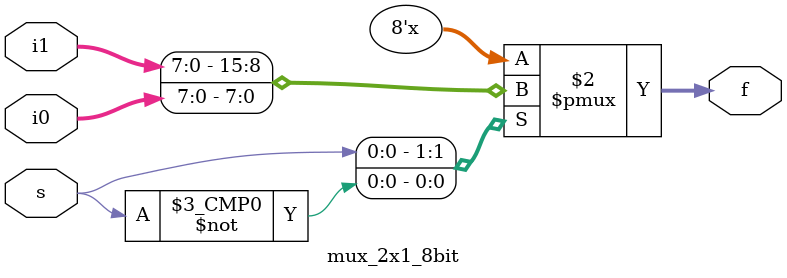
<source format=v>
`timescale 1ns / 1ps


module mux_2x1_8bit(
    input[7:0] i0,i1,
    input s,
    output reg [7:0]f
    );
    
    always@(i1,i0,s) begin
        case (s)
        1: f = i1;
        0: f = i0;
        endcase
     end
    
endmodule

</source>
